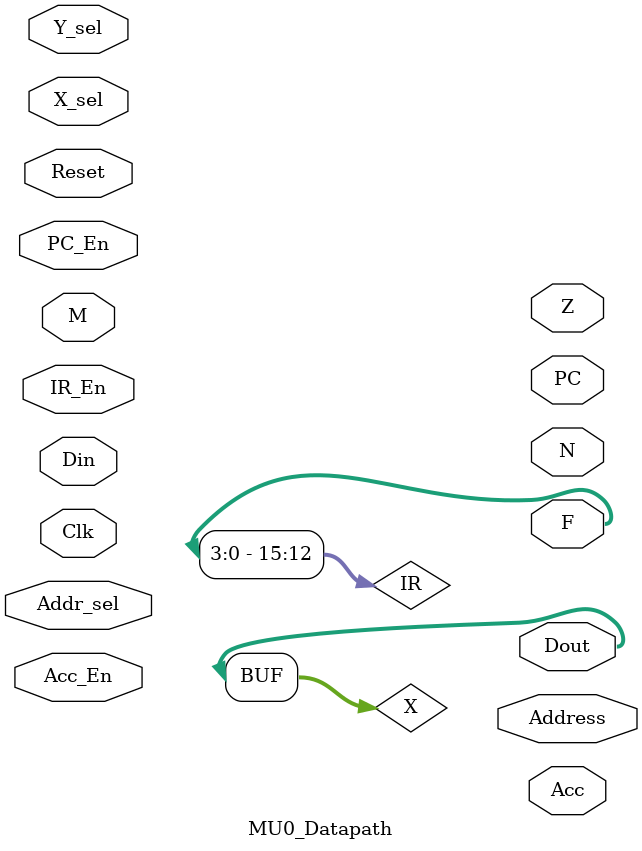
<source format=v>

`timescale 1ns/100ps

// for simulation purposes, do not delete
`default_nettype none

module MU0_Datapath(
input  wire        Clk,
input  wire        Reset,
input  wire [15:0] Din,
input  wire        X_sel,
input  wire        Y_sel,
input  wire        Addr_sel,
input  wire        PC_En,
input  wire        IR_En,
input  wire        Acc_En,
input  wire [1:0]  M,
output wire [3:0]  F,			// top 4 bits of the instruction
output wire [11:0] Address,
output wire [15:0] Dout,
output wire        N,
output wire        Z,
output wire [11:0] PC,
output wire [15:0] Acc);


// Define internal signals using names from the datapath schematic
wire [15:0] X;
wire [15:0] IR;


// Instantiate Datapath components

//MU0 registers




// MU0 multiplexors




// MU0 ALU




// MU0 Flag generation




// The following connects X and Dout together, there's no need for you to do so
// use X when defining your datapath structure
assign Dout = X;
// Buffer added F is op 4 bits of the instruction
assign F = IR[15:12];

endmodule 

// for simulation purposes, do not delete
`default_nettype wire

</source>
